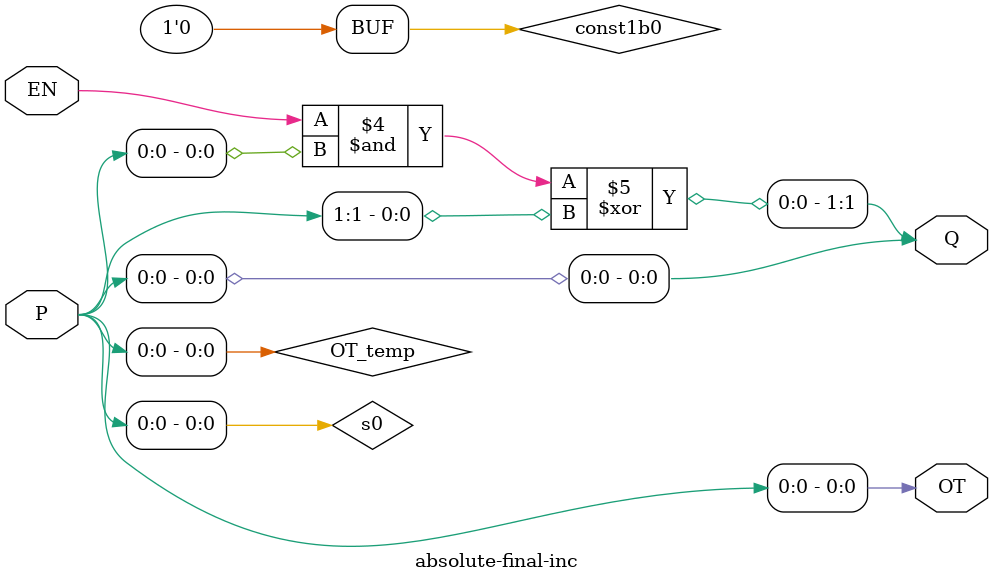
<source format=v>
/*
 * Generated by Digiblock. Don't modify this file!
 * Any changes will be lost if this file is regenerated.
 */

module \absolute-final-inc  (
  input EN,
  input [1:0] P,
  output [1:0] Q,
  output OT
);
  wire const1b0;
  wire s0;
  wire OT_temp;
  assign const1b0 = 1'b0;
  assign s0 = P[0];
  assign OT_temp = (s0 | const1b0);
  assign Q[0] = ((EN & const1b0) ^ s0);
  assign Q[1] = ((EN & OT_temp) ^ P[1]);
  assign OT = OT_temp;
endmodule

</source>
